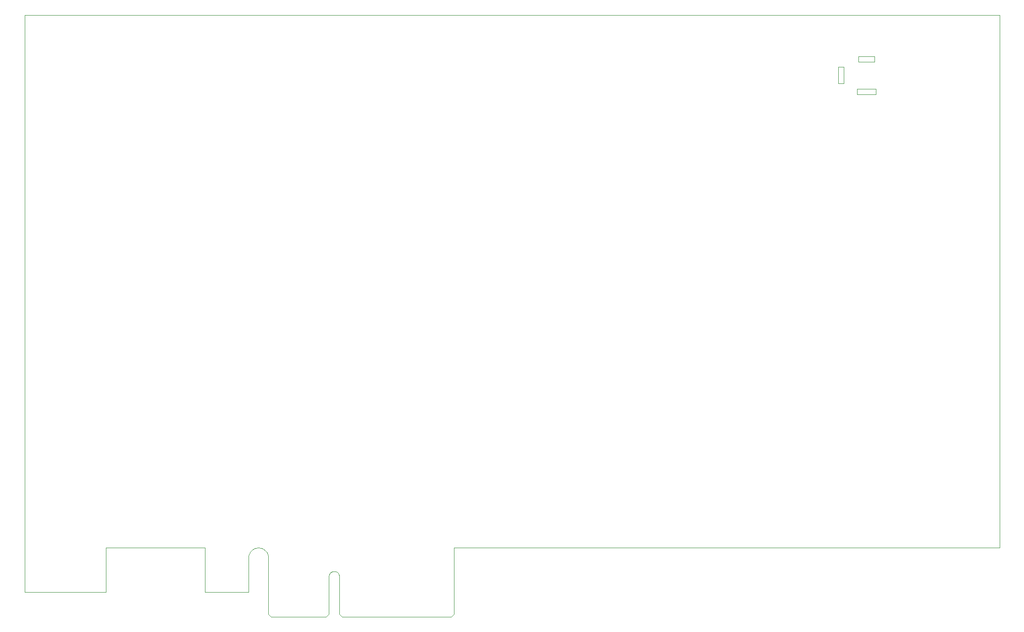
<source format=gm1>
%FSTAX23Y23*%
%MOIN*%
%SFA1B1*%

%IPPOS*%
%ADD12C,0.003940*%
%ADD174C,0.000000*%
%LNgrandmaster-1*%
%LPD*%
G54D12*
X02287Y00293D02*
D01*
X02287Y00295*
X02287Y00298*
X02286Y00301*
X02285Y00303*
X02285Y00306*
X02284Y00308*
X02283Y0031*
X02281Y00313*
X0228Y00315*
X02278Y00317*
X02276Y00319*
X02275Y00321*
X02273Y00322*
X0227Y00324*
X02268Y00325*
X02266Y00326*
X02264Y00327*
X02261Y00328*
X02259Y00329*
X02256Y0033*
X02253Y0033*
X02251Y0033*
X02248*
X02246Y0033*
X02243Y0033*
X0224Y00329*
X02238Y00328*
X02235Y00327*
X02233Y00326*
X02231Y00325*
X02229Y00324*
X02226Y00322*
X02224Y00321*
X02223Y00319*
X02221Y00317*
X02219Y00315*
X02218Y00313*
X02216Y0031*
X02215Y00308*
X02214Y00306*
X02214Y00303*
X02213Y00301*
X02212Y00298*
X02212Y00295*
X02212Y00293*
X01771Y0043D02*
D01*
X01771Y00435*
X0177Y0044*
X0177Y00445*
X01768Y00449*
X01767Y00454*
X01765Y00459*
X01763Y00463*
X0176Y00468*
X01757Y00472*
X01754Y00476*
X01751Y0048*
X01747Y00483*
X01744Y00486*
X01739Y00489*
X01735Y00492*
X01731Y00494*
X01726Y00496*
X01722Y00498*
X01717Y00499*
X01712Y005*
X01707Y00501*
X01702Y00501*
X01697*
X01692Y00501*
X01687Y005*
X01682Y00499*
X01677Y00498*
X01672Y00496*
X01668Y00494*
X01663Y00492*
X01659Y00489*
X01655Y00486*
X01651Y00483*
X01648Y0048*
X01644Y00476*
X01641Y00472*
X01638Y00468*
X01636Y00463*
X01634Y00459*
X01632Y00454*
X0163Y00449*
X01629Y00445*
X01628Y0044*
X01628Y00435*
X01627Y0043*
X02287Y00019D02*
Y00293D01*
X02212Y00019D02*
Y00293D01*
X03102Y0D02*
X03122Y00019D01*
X02287D02*
X02307Y0D01*
X02192D02*
X02212Y00019D01*
X01771D02*
X01791Y0D01*
X03122Y00019D02*
Y00501D01*
X02307Y0D02*
X03102D01*
X01791D02*
X02192D01*
X01771Y00019D02*
Y0043D01*
X01627Y00177D02*
Y0043D01*
X01312Y00177D02*
X01627D01*
X01312D02*
Y00501D01*
X0059D02*
X01312D01*
X0059Y00177D02*
Y00501D01*
X0Y00177D02*
X0059D01*
X0D02*
Y04375D01*
X03122Y00501D02*
X07087D01*
Y04375D02*
Y00501D01*
X0Y04375D02*
X07087D01*
G54D174*
X05954Y03878D02*
Y03997D01*
X05915D02*
X05954D01*
X05915Y03878D02*
Y03997D01*
Y03878D02*
X05954D01*
X0606Y04075D02*
X06178D01*
X0606Y04036D02*
Y04075D01*
Y04036D02*
X06178D01*
Y04075*
X0605Y03839D02*
X06188D01*
X0605Y038D02*
Y03839D01*
Y038D02*
X06188D01*
Y03839*
M02*
</source>
